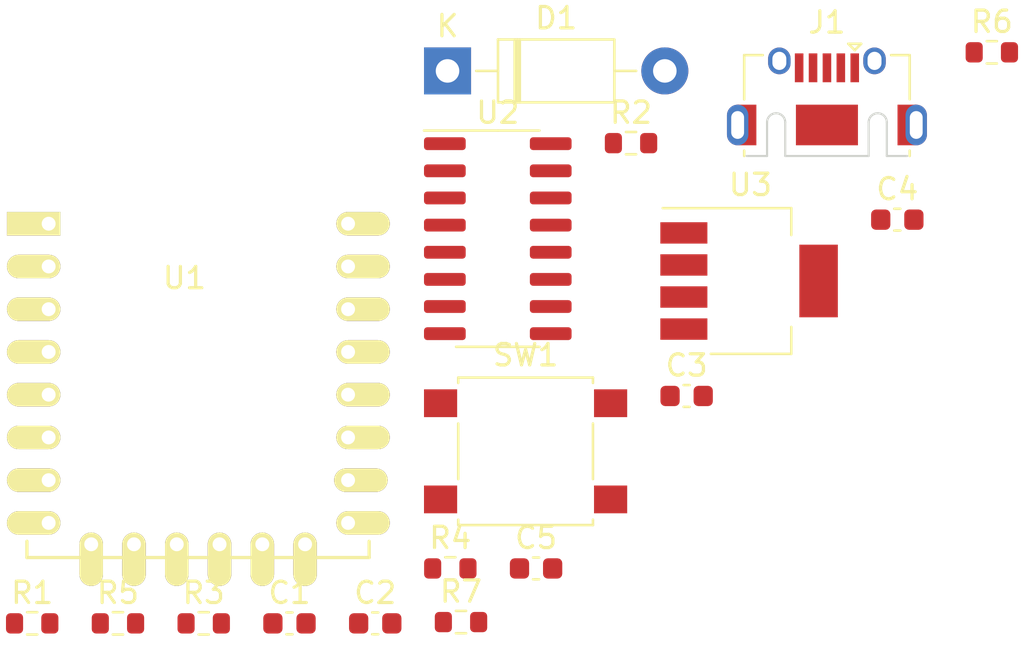
<source format=kicad_pcb>
(kicad_pcb (version 20211014) (generator pcbnew)
  (layers (0 "F.Cu" signal) (31 "B.Cu" signal) (34 "B.Paste" user) (35 "F.Paste" user) (36 "B.SilkS" user "B.Silkscreen") (37 "F.SilkS" user "F.Silkscreen") (38 "B.Mask" user) (39 "F.Mask" user) (44 "Edge.Cuts" user))
  (net 0 "")
  (net 1 "+5V")
  (net 2 "GND")
  (net 3 "+3V3")
  (net 4 "/RST")
  (net 5 "Net-(D1-Pad2)")
  (net 7 "/D+")
  (net 8 "/D-")
  (net 9 "/EN")
  (net 10 "/PHOTO_V")
  (net 11 "/PHOTO_OUT")
  (net 12 "/GPIO0")
  (net 13 "/GPIO2")
  (net 14 "/GPIO15")
  (net 15 "/PHOT_OUT")
  (net 16 "/SCLK")
  (net 17 "/GPIO14")
  (net 18 "/MISO")
  (net 19 "/MOSI")
  (net 20 "/SDA")
  (net 21 "/SCL")
  (net 22 "/RXD")
  (net 23 "/TXD")
  (net 24 "/CSO")
  (net 25 "/GPIO9")
  (net 26 "/GPIO10")
  (footprint "Resistor_SMD:R_0603_1608Metric" (layer "F.Cu") (at 112.43 73.66)
    (fp_text reference "R1" (at 0 -1.43) (layer "F.SilkS"))
    (fp_text value "10k")
    (fp_line (start -0.237258 -0.5225) (end 0.237258 -0.5225) (layer "F.SilkS") (width 0.12))
    (fp_line (start -0.237258 0.5225) (end 0.237258 0.5225) (layer "F.SilkS") (width 0.12))
    (pad "1" smd roundrect locked (at -0.825 0) (size 0.8 0.95) (layers "F.Cu" "F.Paste" "F.Mask") (net 4 "/RST"))
    (pad "2" smd roundrect locked (at 0.825 0) (size 0.8 0.95) (layers "F.Cu" "F.Paste" "F.Mask") (net 3 "+3V3"))
  )
  (footprint "Package_SO:SOIC-16_3.9x9.9mm_P1.27mm" (layer "F.Cu") (at 134.2 55.66)
    (fp_text reference "U2" (at 0 -5.9) (layer "F.SilkS"))
    (fp_text value "CH340C")
    (fp_line (start 0 -5.06) (end 1.95 -5.06) (layer "F.SilkS") (width 0.12))
    (fp_line (start 0 5.06) (end 1.95 5.06) (layer "F.SilkS") (width 0.12))
    (fp_line (start 0 -5.06) (end -3.45 -5.06) (layer "F.SilkS") (width 0.12))
    (fp_line (start 0 5.06) (end -1.95 5.06) (layer "F.SilkS") (width 0.12))
    (pad "1" smd roundrect locked (at -2.475 -4.445) (size 1.95 0.6) (layers "F.Cu" "F.Paste" "F.Mask"))
    (pad "2" smd roundrect locked (at -2.475 -3.175) (size 1.95 0.6) (layers "F.Cu" "F.Paste" "F.Mask"))
    (pad "3" smd roundrect locked (at -2.475 -1.905) (size 1.95 0.6) (layers "F.Cu" "F.Paste" "F.Mask"))
    (pad "4" smd roundrect locked (at -2.475 -0.635) (size 1.95 0.6) (layers "F.Cu" "F.Paste" "F.Mask"))
    (pad "5" smd roundrect locked (at -2.475 0.635) (size 1.95 0.6) (layers "F.Cu" "F.Paste" "F.Mask"))
    (pad "6" smd roundrect locked (at -2.475 1.905) (size 1.95 0.6) (layers "F.Cu" "F.Paste" "F.Mask"))
    (pad "7" smd roundrect locked (at -2.475 3.175) (size 1.95 0.6) (layers "F.Cu" "F.Paste" "F.Mask"))
    (pad "8" smd roundrect locked (at -2.475 4.445) (size 1.95 0.6) (layers "F.Cu" "F.Paste" "F.Mask"))
    (pad "9" smd roundrect locked (at 2.475 4.445) (size 1.95 0.6) (layers "F.Cu" "F.Paste" "F.Mask"))
    (pad "10" smd roundrect locked (at 2.475 3.175) (size 1.95 0.6) (layers "F.Cu" "F.Paste" "F.Mask"))
    (pad "11" smd roundrect locked (at 2.475 1.905) (size 1.95 0.6) (layers "F.Cu" "F.Paste" "F.Mask"))
    (pad "12" smd roundrect locked (at 2.475 0.635) (size 1.95 0.6) (layers "F.Cu" "F.Paste" "F.Mask"))
    (pad "13" smd roundrect locked (at 2.475 -0.635) (size 1.95 0.6) (layers "F.Cu" "F.Paste" "F.Mask"))
    (pad "14" smd roundrect locked (at 2.475 -1.905) (size 1.95 0.6) (layers "F.Cu" "F.Paste" "F.Mask"))
    (pad "15" smd roundrect locked (at 2.475 -3.175) (size 1.95 0.6) (layers "F.Cu" "F.Paste" "F.Mask"))
    (pad "16" smd roundrect locked (at 2.475 -4.445) (size 1.95 0.6) (layers "F.Cu" "F.Paste" "F.Mask"))
  )
  (footprint "Resistor_SMD:R_0603_1608Metric" (layer "F.Cu") (at 132.48 73.6)
    (fp_text reference "R7" (at 0 -1.43) (layer "F.SilkS"))
    (fp_text value "10k")
    (fp_line (start -0.237258 0.5225) (end 0.237258 0.5225) (layer "F.SilkS") (width 0.12))
    (fp_line (start -0.237258 -0.5225) (end 0.237258 -0.5225) (layer "F.SilkS") (width 0.12))
    (pad "1" smd roundrect locked (at -0.825 0) (size 0.8 0.95) (layers "F.Cu" "F.Paste" "F.Mask") (net 2 "GND"))
    (pad "2" smd roundrect locked (at 0.825 0) (size 0.8 0.95) (layers "F.Cu" "F.Paste" "F.Mask") (net 14 "/GPIO15"))
  )
  (footprint "Capacitor_SMD:C_0603_1608Metric" (layer "F.Cu") (at 128.47 73.66)
    (fp_text reference "C2" (at 0 -1.43) (layer "F.SilkS"))
    (fp_text value "1u")
    (fp_line (start -0.14058 0.51) (end 0.14058 0.51) (layer "F.SilkS") (width 0.12))
    (fp_line (start -0.14058 -0.51) (end 0.14058 -0.51) (layer "F.SilkS") (width 0.12))
    (pad "1" smd roundrect locked (at -0.775 0) (size 0.9 0.95) (layers "F.Cu" "F.Paste" "F.Mask") (net 3 "+3V3"))
    (pad "2" smd roundrect locked (at 0.775 0) (size 0.9 0.95) (layers "F.Cu" "F.Paste" "F.Mask") (net 2 "GND"))
  )
  (footprint "Capacitor_SMD:C_0603_1608Metric" (layer "F.Cu") (at 124.46 73.66)
    (fp_text reference "C1" (at 0 -1.43) (layer "F.SilkS"))
    (fp_text value "1u")
    (fp_line (start -0.14058 0.51) (end 0.14058 0.51) (layer "F.SilkS") (width 0.12))
    (fp_line (start -0.14058 -0.51) (end 0.14058 -0.51) (layer "F.SilkS") (width 0.12))
    (pad "1" smd roundrect locked (at -0.775 0) (size 0.9 0.95) (layers "F.Cu" "F.Paste" "F.Mask") (net 1 "+5V"))
    (pad "2" smd roundrect locked (at 0.775 0) (size 0.9 0.95) (layers "F.Cu" "F.Paste" "F.Mask") (net 2 "GND"))
  )
  (footprint "Resistor_SMD:R_0603_1608Metric" (layer "F.Cu") (at 157.3 46.94)
    (fp_text reference "R6" (at 0 -1.43) (layer "F.SilkS"))
    (fp_text value "10k")
    (fp_line (start -0.237258 0.5225) (end 0.237258 0.5225) (layer "F.SilkS") (width 0.12))
    (fp_line (start -0.237258 -0.5225) (end 0.237258 -0.5225) (layer "F.SilkS") (width 0.12))
    (pad "1" smd roundrect locked (at -0.825 0) (size 0.8 0.95) (layers "F.Cu" "F.Paste" "F.Mask") (net 3 "+3V3"))
    (pad "2" smd roundrect locked (at 0.825 0) (size 0.8 0.95) (layers "F.Cu" "F.Paste" "F.Mask") (net 13 "/GPIO2"))
  )
  (footprint "Capacitor_SMD:C_0603_1608Metric" (layer "F.Cu") (at 152.88 54.77)
    (fp_text reference "C4" (at 0 -1.43) (layer "F.SilkS"))
    (fp_text value "100n")
    (fp_line (start -0.14058 0.51) (end 0.14058 0.51) (layer "F.SilkS") (width 0.12))
    (fp_line (start -0.14058 -0.51) (end 0.14058 -0.51) (layer "F.SilkS") (width 0.12))
    (pad "1" smd roundrect locked (at -0.775 0) (size 0.9 0.95) (layers "F.Cu" "F.Paste" "F.Mask") (net 3 "+3V3"))
    (pad "2" smd roundrect locked (at 0.775 0) (size 0.9 0.95) (layers "F.Cu" "F.Paste" "F.Mask") (net 2 "GND"))
  )
  (footprint "Resistor_SMD:R_0603_1608Metric" (layer "F.Cu") (at 120.45 73.66)
    (fp_text reference "R3" (at 0 -1.43) (layer "F.SilkS"))
    (fp_text value "R_PHOTO")
    (fp_line (start -0.237258 0.5225) (end 0.237258 0.5225) (layer "F.SilkS") (width 0.12))
    (fp_line (start -0.237258 -0.5225) (end 0.237258 -0.5225) (layer "F.SilkS") (width 0.12))
    (pad "1" smd roundrect locked (at -0.825 0) (size 0.8 0.95) (layers "F.Cu" "F.Paste" "F.Mask") (net 10 "/PHOTO_V"))
    (pad "2" smd roundrect locked (at 0.825 0) (size 0.8 0.95) (layers "F.Cu" "F.Paste" "F.Mask") (net 11 "/PHOTO_OUT"))
  )
  (footprint "ESP8266:ESP-12E" (layer "F.Cu") (at 113.2 54.96)
    (fp_text reference "U1" (at 6.35 2.54) (layer "F.SilkS"))
    (fp_text value "ESP-12E" hide)
    (fp_line (start 14.986 15.621) (end 14.986 14.859) (layer "F.SilkS") (width 0.1524))
    (fp_line (start -1.016 15.621) (end 14.986 15.621) (layer "F.SilkS") (width 0.1524))
    (fp_line (start -1.016 14.859) (end -1.016 15.621) (layer "F.SilkS") (width 0.1524))
    (pad "1" thru_hole rect locked (at 0 0) (size 2.5 1.1) (drill 0.65 (offset -0.7 0)) (layers *.Cu *.Mask "F.SilkS") (net 4 "/RST"))
    (pad "2" thru_hole oval locked (at 0 2) (size 2.5 1.1) (drill 0.65 (offset -0.7 0)) (layers *.Cu *.Mask "F.SilkS") (net 15 "/PHOT_OUT"))
    (pad "3" thru_hole oval locked (at 0 4) (size 2.5 1.1) (drill 0.65 (offset -0.7 0)) (layers *.Cu *.Mask "F.SilkS") (net 9 "/EN"))
    (pad "4" thru_hole oval locked (at 0 6) (size 2.5 1.1) (drill 0.65 (offset -0.7 0)) (layers *.Cu *.Mask "F.SilkS") (net 16 "/SCLK"))
    (pad "5" thru_hole oval locked (at 0 8) (size 2.5 1.1) (drill 0.65 (offset -0.7 0)) (layers *.Cu *.Mask "F.SilkS") (net 17 "/GPIO14"))
    (pad "6" thru_hole oval locked (at 0 10) (size 2.5 1.1) (drill 0.65 (offset -0.7 0)) (layers *.Cu *.Mask "F.SilkS") (net 18 "/MISO"))
    (pad "7" thru_hole oval locked (at 0 12) (size 2.5 1.1) (drill 0.65 (offset -0.7 0)) (layers *.Cu *.Mask "F.SilkS") (net 19 "/MOSI"))
    (pad "8" thru_hole oval locked (at 0 14) (size 2.5 1.1) (drill 0.65 (offset -0.7 0)) (layers *.Cu *.Mask "F.SilkS") (net 3 "+3V3"))
    (pad "9" thru_hole oval locked (at 14 14) (size 2.5 1.1) (drill 0.65 (offset 0.7 0)) (layers *.Cu *.Mask "F.SilkS") (net 2 "GND"))
    (pad "10" thru_hole oval locked (at 14 12) (size 2.5 1.1) (drill 0.65 (offset 0.6 0)) (layers *.Cu *.Mask "F.SilkS") (net 14 "/GPIO15"))
    (pad "11" thru_hole oval locked (at 14 10) (size 2.5 1.1) (drill 0.65 (offset 0.7 0)) (layers *.Cu *.Mask "F.SilkS") (net 13 "/GPIO2"))
    (pad "12" thru_hole oval locked (at 14 8) (size 2.5 1.1) (drill 0.65 (offset 0.7 0)) (layers *.Cu *.Mask "F.SilkS") (net 12 "/GPIO0"))
    (pad "13" thru_hole oval locked (at 14 6) (size 2.5 1.1) (drill 0.65 (offset 0.7 0)) (layers *.Cu *.Mask "F.SilkS") (net 20 "/SDA"))
    (pad "14" thru_hole oval locked (at 14 4) (size 2.5 1.1) (drill 0.65 (offset 0.7 0)) (layers *.Cu *.Mask "F.SilkS") (net 21 "/SCL"))
    (pad "15" thru_hole oval locked (at 14 2) (size 2.5 1.1) (drill 0.65 (offset 0.7 0)) (layers *.Cu *.Mask "F.SilkS") (net 22 "/RXD"))
    (pad "16" thru_hole oval locked (at 14 0) (size 2.5 1.1) (drill 0.65 (offset 0.7 0)) (layers *.Cu *.Mask "F.SilkS") (net 23 "/TXD"))
    (pad "17" thru_hole oval locked (at 1.99 15 90) (size 2.5 1.1) (drill 0.65 (offset -0.7 0)) (layers *.Cu *.Mask "F.SilkS") (net 24 "/CSO"))
    (pad "18" thru_hole oval locked (at 3.99 15 90) (size 2.5 1.1) (drill 0.65 (offset -0.7 0)) (layers *.Cu *.Mask "F.SilkS") (net 18 "/MISO"))
    (pad "19" thru_hole oval locked (at 5.99 15 90) (size 2.5 1.1) (drill 0.65 (offset -0.7 0)) (layers *.Cu *.Mask "F.SilkS") (net 25 "/GPIO9"))
    (pad "20" thru_hole oval locked (at 7.99 15 90) (size 2.5 1.1) (drill 0.65 (offset -0.7 0)) (layers *.Cu *.Mask "F.SilkS") (net 26 "/GPIO10"))
    (pad "21" thru_hole oval locked (at 9.99 15 90) (size 2.5 1.1) (drill 0.65 (offset -0.7 0)) (layers *.Cu *.Mask "F.SilkS") (net 19 "/MOSI"))
    (pad "22" thru_hole oval locked (at 11.99 15 90) (size 2.5 1.1) (drill 0.65 (offset -0.7 0)) (layers *.Cu *.Mask "F.SilkS") (net 16 "/SCLK"))
  )
  (footprint "Connector_USB:USB_Micro-AB_Molex_47590-0001" (layer "F.Cu") (at 149.59 50.34)
    (fp_text reference "J1" (at 0 -4.8 -180) (layer "F.SilkS"))
    (fp_text value "USB_B_Micro")
    (fp_line (start -3.87 1.2) (end -3.87 1.45) (layer "F.SilkS") (width 0.12))
    (fp_line (start 3.87 -3.27) (end 3.87 -1.2) (layer "F.SilkS") (width 0.12))
    (fp_line (start -3.87 -3.27) (end -3 -3.27) (layer "F.SilkS") (width 0.12))
    (fp_line (start 3.87 1.2) (end 3.87 1.45) (layer "F.SilkS") (width 0.12))
    (fp_line (start -3.87 -3.27) (end -3.87 -1.2) (layer "F.SilkS") (width 0.12))
    (fp_line (start 3 -3.27) (end 3.87 -3.27) (layer "F.SilkS") (width 0.12))
    (fp_line (start 1 -3.8) (end 1.6 -3.8) (layer "F.SilkS") (width 0.12))
    (fp_line (start 1.3 -3.5) (end 1.6 -3.8) (layer "F.SilkS") (width 0.12))
    (fp_line (start 1.3 -3.5) (end 1 -3.8) (layer "F.SilkS") (width 0.12))
    (fp_line (start -1.95 1.45) (end 1.95 1.45) (layer "Edge.Cuts") (width 0.1))
    (fp_line (start -3.75 1.45) (end -2.8 1.45) (layer "Edge.Cuts") (width 0.1))
    (fp_line (start 2.8 1.45) (end 3.75 1.45) (layer "Edge.Cuts") (width 0.1))
    (fp_line (start -1.95 -0.125) (end -1.95 1.45) (layer "Edge.Cuts") (width 0.1))
    (fp_line (start 2.8 -0.125) (end 2.8 1.45) (layer "Edge.Cuts") (width 0.1))
    (fp_line (start 1.95 -0.125) (end 1.95 1.45) (layer "Edge.Cuts") (width 0.1))
    (fp_line (start -2.8 -0.125) (end -2.8 1.45) (layer "Edge.Cuts") (width 0.1))
    (fp_arc (start 1.95 -0.125) (mid 2.375 -0.55) (end 2.8 -0.125) (layer "Edge.Cuts") (width 0.1))
    (fp_arc (start -2.8 -0.125) (mid -2.375 -0.55) (end -1.95 -0.125) (layer "Edge.Cuts") (width 0.1))
    (pad "1" smd rect locked (at 1.3 -2.675) (size 0.4 1.35) (layers "F.Cu" "F.Paste" "F.Mask") (net 5 "Net-(D1-Pad2)"))
    (pad "2" smd rect locked (at 0.65 -2.675) (size 0.4 1.35) (layers "F.Cu" "F.Paste" "F.Mask") (net 8 "/D-"))
    (pad "3" smd rect locked (at 0 -2.675) (size 0.4 1.35) (layers "F.Cu" "F.Paste" "F.Mask") (net 7 "/D+"))
    (pad "4" smd rect locked (at -0.65 -2.675) (size 0.4 1.35) (layers "F.Cu" "F.Paste" "F.Mask"))
    (pad "5" smd rect locked (at -1.3 -2.675) (size 0.4 1.35) (layers "F.Cu" "F.Paste" "F.Mask") (net 2 "GND"))
    (pad "6" smd rect locked (at 3.7375 0) (size 0.875 1.9) (layers "F.Cu" "F.Mask") (net 2 "GND"))
    (pad "6" smd rect locked (at 0 0) (size 2.9 1.9) (layers "F.Cu" "F.Paste" "F.Mask") (net 2 "GND"))
    (pad "6" smd rect locked (at -3.7375 0) (size 0.875 1.9) (layers "F.Cu" "F.Mask") (net 2 "GND"))
    (pad "6" thru_hole oval locked (at -2.225 -3) (size 1.05 1.25) (drill oval 0.65 0.85) (layers *.Cu *.Mask) (net 2 "GND"))
    (pad "6" thru_hole oval locked (at -4.175 0) (size 1 1.9) (drill oval 0.6 1.3) (layers *.Cu *.Mask) (net 2 "GND"))
    (pad "6" thru_hole oval locked (at 4.175 0) (size 1 1.9) (drill oval 0.6 1.3) (layers *.Cu *.Mask) (net 2 "GND"))
    (pad "6" thru_hole oval locked (at 2.225 -3) (size 1.05 1.25) (drill oval 0.65 0.85) (layers *.Cu *.Mask) (net 2 "GND"))
  )
  (footprint "Resistor_SMD:R_0603_1608Metric" (layer "F.Cu") (at 116.44 73.66)
    (fp_text reference "R5" (at 0 -1.43) (layer "F.SilkS"))
    (fp_text value "10k")
    (fp_line (start -0.237258 -0.5225) (end 0.237258 -0.5225) (layer "F.SilkS") (width 0.12))
    (fp_line (start -0.237258 0.5225) (end 0.237258 0.5225) (layer "F.SilkS") (width 0.12))
    (pad "1" smd roundrect locked (at -0.825 0) (size 0.8 0.95) (layers "F.Cu" "F.Paste" "F.Mask") (net 3 "+3V3"))
    (pad "2" smd roundrect locked (at 0.825 0) (size 0.8 0.95) (layers "F.Cu" "F.Paste" "F.Mask") (net 12 "/GPIO0"))
  )
  (footprint "Resistor_SMD:R_0603_1608Metric" (layer "F.Cu") (at 140.43 51.19)
    (fp_text reference "R2" (at 0 -1.43) (layer "F.SilkS"))
    (fp_text value "10k")
    (fp_line (start -0.237258 0.5225) (end 0.237258 0.5225) (layer "F.SilkS") (width 0.12))
    (fp_line (start -0.237258 -0.5225) (end 0.237258 -0.5225) (layer "F.SilkS") (width 0.12))
    (pad "1" smd roundrect locked (at -0.825 0) (size 0.8 0.95) (layers "F.Cu" "F.Paste" "F.Mask") (net 9 "/EN"))
    (pad "2" smd roundrect locked (at 0.825 0) (size 0.8 0.95) (layers "F.Cu" "F.Paste" "F.Mask") (net 3 "+3V3"))
  )
  (footprint "Package_TO_SOT_SMD:SOT-223-5" (layer "F.Cu") (at 145.95 57.64)
    (fp_text reference "U3" (at 0.0625 -4.5) (layer "F.SilkS"))
    (fp_text value "LP38693MP-3.3")
    (fp_line (start 1.9725 3.41) (end 1.9725 2.15) (layer "F.SilkS") (width 0.12))
    (fp_line (start 1.9725 -3.41) (end 1.9725 -2.15) (layer "F.SilkS") (width 0.12))
    (fp_line (start -4.0375 -3.41) (end 1.9725 -3.41) (layer "F.SilkS") (width 0.12))
    (fp_line (start -1.7875 3.41) (end 1.9725 3.41) (layer "F.SilkS") (width 0.12))
    (pad "1" smd rect locked (at -3.05 -2.25) (size 2.2 1) (layers "F.Cu" "F.Paste" "F.Mask"))
    (pad "2" smd rect locked (at -3.05 -0.75) (size 2.2 1) (layers "F.Cu" "F.Paste" "F.Mask"))
    (pad "3" smd rect locked (at -3.05 0.75) (size 2.2 1) (layers "F.Cu" "F.Paste" "F.Mask") (net 3 "+3V3"))
    (pad "4" smd rect locked (at -3.05 2.25) (size 2.2 1) (layers "F.Cu" "F.Paste" "F.Mask") (net 1 "+5V"))
    (pad "5" smd rect locked (at 3.25 0) (size 1.8 3.4) (layers "F.Cu" "F.Paste" "F.Mask") (net 2 "GND"))
  )
  (footprint "Button_Switch_SMD:SW_SPST_B3S-1000" (layer "F.Cu") (at 135.5 65.61)
    (fp_text reference "SW1" (at 0 -4.5) (layer "F.SilkS"))
    (fp_text value "SW_Push")
    (fp_line (start 3.15 3.2) (end 3.15 3.45) (layer "F.SilkS") (width 0.12))
    (fp_line (start 3.15 -1.3) (end 3.15 1.3) (layer "F.SilkS") (width 0.12))
    (fp_line (start -3.15 1.3) (end -3.15 -1.3) (layer "F.SilkS") (width 0.12))
    (fp_line (start 3.15 -3.45) (end 3.15 -3.2) (layer "F.SilkS") (width 0.12))
    (fp_line (start 3.15 3.45) (end -3.15 3.45) (layer "F.SilkS") (width 0.12))
    (fp_line (start -3.15 -3.45) (end 3.15 -3.45) (layer "F.SilkS") (width 0.12))
    (fp_line (start -3.15 -3.2) (end -3.15 -3.45) (layer "F.SilkS") (width 0.12))
    (fp_line (start -3.15 3.45) (end -3.15 3.2) (layer "F.SilkS") (width 0.12))
    (pad "1" smd rect locked (at -3.975 -2.25) (size 1.55 1.3) (layers "F.Cu" "F.Paste" "F.Mask") (net 4 "/RST"))
    (pad "1" smd rect locked (at 3.975 -2.25) (size 1.55 1.3) (layers "F.Cu" "F.Paste" "F.Mask") (net 4 "/RST"))
    (pad "2" smd rect locked (at -3.975 2.25) (size 1.55 1.3) (layers "F.Cu" "F.Paste" "F.Mask") (net 2 "GND"))
    (pad "2" smd rect locked (at 3.975 2.25) (size 1.55 1.3) (layers "F.Cu" "F.Paste" "F.Mask") (net 2 "GND"))
  )
  (footprint "Diode_THT:D_DO-41_SOD81_P10.16mm_Horizontal" (layer "F.Cu") (at 131.85 47.81)
    (fp_text reference "D1" (at 5.08 -2.47) (layer "F.SilkS"))
    (fp_text value "1N5819")
    (fp_text user "K" (at 0 -2.1) (layer "F.SilkS"))
    (fp_line (start 2.36 1.47) (end 7.8 1.47) (layer "F.SilkS") (width 0.12))
    (fp_line (start 1.34 0) (end 2.36 0) (layer "F.SilkS") (width 0.12))
    (fp_line (start 2.36 -1.47) (end 2.36 1.47) (layer "F.SilkS") (width 0.12))
    (fp_line (start 3.38 -1.47) (end 3.38 1.47) (layer "F.SilkS") (width 0.12))
    (fp_line (start 8.82 0) (end 7.8 0) (layer "F.SilkS") (width 0.12))
    (fp_line (start 3.26 -1.47) (end 3.26 1.47) (layer "F.SilkS") (width 0.12))
    (fp_line (start 3.14 -1.47) (end 3.14 1.47) (layer "F.SilkS") (width 0.12))
    (fp_line (start 7.8 1.47) (end 7.8 -1.47) (layer "F.SilkS") (width 0.12))
    (fp_line (start 7.8 -1.47) (end 2.36 -1.47) (layer "F.SilkS") (width 0.12))
    (pad "1" thru_hole rect locked (at 0 0) (size 2.2 2.2) (drill 1.1) (layers *.Cu *.Mask) (net 1 "+5V"))
    (pad "2" thru_hole oval locked (at 10.16 0) (size 2.2 2.2) (drill 1.1) (layers *.Cu *.Mask) (net 5 "Net-(D1-Pad2)"))
  )
  (footprint "Capacitor_SMD:C_0603_1608Metric" (layer "F.Cu") (at 135.99 71.09)
    (fp_text reference "C5" (at 0 -1.43) (layer "F.SilkS"))
    (fp_text value "100n")
    (fp_line (start -0.14058 0.51) (end 0.14058 0.51) (layer "F.SilkS") (width 0.12))
    (fp_line (start -0.14058 -0.51) (end 0.14058 -0.51) (layer "F.SilkS") (width 0.12))
    (pad "1" smd roundrect locked (at -0.775 0) (size 0.9 0.95) (layers "F.Cu" "F.Paste" "F.Mask") (net 2 "GND"))
    (pad "2" smd roundrect locked (at 0.775 0) (size 0.9 0.95) (layers "F.Cu" "F.Paste" "F.Mask") (net 4 "/RST"))
  )
  (footprint "Capacitor_SMD:C_0603_1608Metric" (layer "F.Cu") (at 143.03 63.02)
    (fp_text reference "C3" (at 0 -1.43) (layer "F.SilkS"))
    (fp_text value "10u")
    (fp_line (start -0.14058 -0.51) (end 0.14058 -0.51) (layer "F.SilkS") (width 0.12))
    (fp_line (start -0.14058 0.51) (end 0.14058 0.51) (layer "F.SilkS") (width 0.12))
    (pad "1" smd roundrect locked (at -0.775 0) (size 0.9 0.95) (layers "F.Cu" "F.Paste" "F.Mask") (net 3 "+3V3"))
    (pad "2" smd roundrect locked (at 0.775 0) (size 0.9 0.95) (layers "F.Cu" "F.Paste" "F.Mask") (net 2 "GND"))
  )
  (footprint "Resistor_SMD:R_0603_1608Metric" (layer "F.Cu") (at 131.98 71.09)
    (fp_text reference "R4" (at 0 -1.43) (layer "F.SilkS"))
    (fp_text value "10k")
    (fp_line (start -0.237258 -0.5225) (end 0.237258 -0.5225) (layer "F.SilkS") (width 0.12))
    (fp_line (start -0.237258 0.5225) (end 0.237258 0.5225) (layer "F.SilkS") (width 0.12))
    (pad "1" smd roundrect locked (at -0.825 0) (size 0.8 0.95) (layers "F.Cu" "F.Paste" "F.Mask") (net 2 "GND"))
    (pad "2" smd roundrect locked (at 0.825 0) (size 0.8 0.95) (layers "F.Cu" "F.Paste" "F.Mask") (net 11 "/PHOTO_OUT"))
  )
)
</source>
